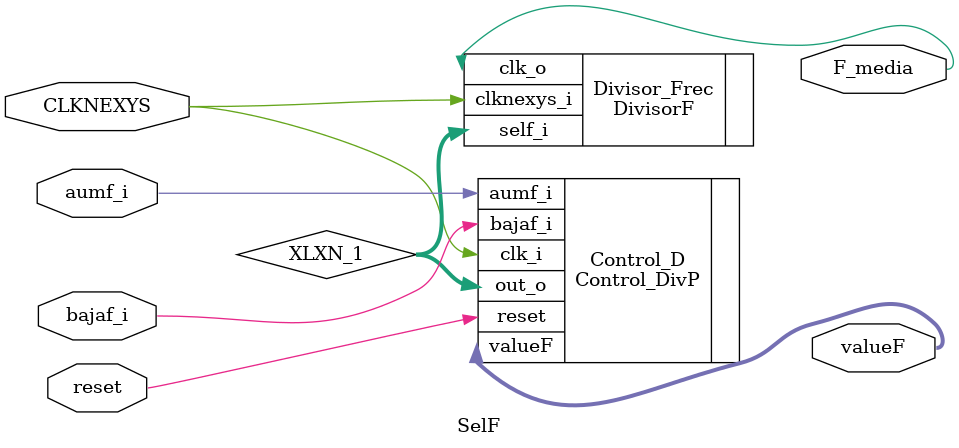
<source format=v>
`timescale 1ns / 1ps
module SelF(aumf_i, bajaf_i,CLKNEXYS,reset,F_media,valueF);

    input aumf_i;
    input bajaf_i;
    input CLKNEXYS;
    input reset;
   output F_media;
   output [2:0] valueF;
   
   wire [7:0] XLXN_1;
   
   Control_DivP  Control_D (.aumf_i(aumf_i),.bajaf_i(bajaf_i),.reset(reset),.clk_i(CLKNEXYS),.out_o(XLXN_1[7:0]),.valueF(valueF));
   DivisorF  Divisor_Frec (.clknexys_i(CLKNEXYS),.self_i(XLXN_1[7:0]),.clk_o(F_media));
endmodule

</source>
